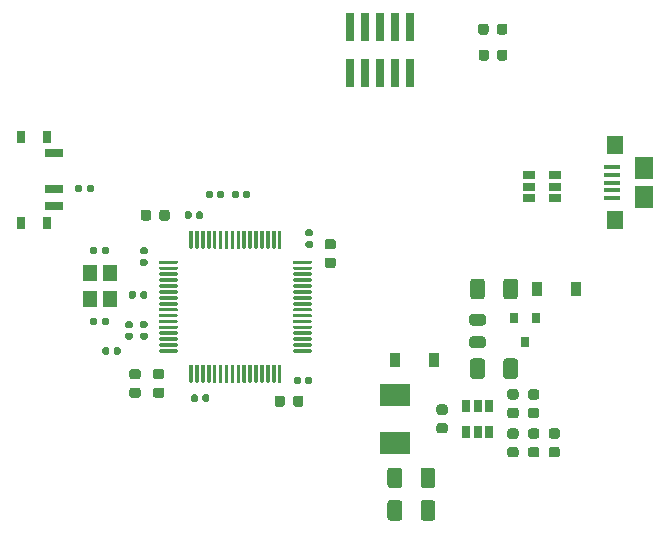
<source format=gbr>
%TF.GenerationSoftware,KiCad,Pcbnew,(5.1.6)-1*%
%TF.CreationDate,2020-09-25T18:38:39+02:00*%
%TF.ProjectId,STM32F4_REV2,53544d33-3246-4345-9f52-4556322e6b69,rev?*%
%TF.SameCoordinates,Original*%
%TF.FileFunction,Paste,Top*%
%TF.FilePolarity,Positive*%
%FSLAX46Y46*%
G04 Gerber Fmt 4.6, Leading zero omitted, Abs format (unit mm)*
G04 Created by KiCad (PCBNEW (5.1.6)-1) date 2020-09-25 18:38:39*
%MOMM*%
%LPD*%
G01*
G04 APERTURE LIST*
%ADD10R,1.500000X0.700000*%
%ADD11R,0.800000X1.000000*%
%ADD12R,0.740000X2.400000*%
%ADD13R,0.900000X1.200000*%
%ADD14R,1.350000X0.400000*%
%ADD15R,1.400000X1.600000*%
%ADD16R,1.600000X1.900000*%
%ADD17R,2.500000X1.900000*%
%ADD18R,0.800000X0.900000*%
%ADD19R,0.650000X1.060000*%
%ADD20R,1.060000X0.650000*%
%ADD21R,1.200000X1.400000*%
G04 APERTURE END LIST*
D10*
%TO.C,SW1*%
X34680000Y-49750000D03*
X34680000Y-52750000D03*
X34680000Y-54250000D03*
D11*
X31820000Y-48350000D03*
X31820000Y-55650000D03*
X34030000Y-55650000D03*
X34030000Y-48350000D03*
%TD*%
D12*
%TO.C,J2*%
X59710000Y-42950000D03*
X59710000Y-39050000D03*
X60980000Y-42950000D03*
X60980000Y-39050000D03*
X62250000Y-42950000D03*
X62250000Y-39050000D03*
X63520000Y-42950000D03*
X63520000Y-39050000D03*
X64790000Y-42950000D03*
X64790000Y-39050000D03*
%TD*%
%TO.C,C1*%
G36*
G01*
X69875000Y-68625000D02*
X69875000Y-67375000D01*
G75*
G02*
X70125000Y-67125000I250000J0D01*
G01*
X70875000Y-67125000D01*
G75*
G02*
X71125000Y-67375000I0J-250000D01*
G01*
X71125000Y-68625000D01*
G75*
G02*
X70875000Y-68875000I-250000J0D01*
G01*
X70125000Y-68875000D01*
G75*
G02*
X69875000Y-68625000I0J250000D01*
G01*
G37*
G36*
G01*
X72675000Y-68625000D02*
X72675000Y-67375000D01*
G75*
G02*
X72925000Y-67125000I250000J0D01*
G01*
X73675000Y-67125000D01*
G75*
G02*
X73925000Y-67375000I0J-250000D01*
G01*
X73925000Y-68625000D01*
G75*
G02*
X73675000Y-68875000I-250000J0D01*
G01*
X72925000Y-68875000D01*
G75*
G02*
X72675000Y-68625000I0J250000D01*
G01*
G37*
%TD*%
%TO.C,C2*%
G36*
G01*
X62875000Y-77875000D02*
X62875000Y-76625000D01*
G75*
G02*
X63125000Y-76375000I250000J0D01*
G01*
X63875000Y-76375000D01*
G75*
G02*
X64125000Y-76625000I0J-250000D01*
G01*
X64125000Y-77875000D01*
G75*
G02*
X63875000Y-78125000I-250000J0D01*
G01*
X63125000Y-78125000D01*
G75*
G02*
X62875000Y-77875000I0J250000D01*
G01*
G37*
G36*
G01*
X65675000Y-77875000D02*
X65675000Y-76625000D01*
G75*
G02*
X65925000Y-76375000I250000J0D01*
G01*
X66675000Y-76375000D01*
G75*
G02*
X66925000Y-76625000I0J-250000D01*
G01*
X66925000Y-77875000D01*
G75*
G02*
X66675000Y-78125000I-250000J0D01*
G01*
X65925000Y-78125000D01*
G75*
G02*
X65675000Y-77875000I0J250000D01*
G01*
G37*
%TD*%
%TO.C,C3*%
G36*
G01*
X65675000Y-80625000D02*
X65675000Y-79375000D01*
G75*
G02*
X65925000Y-79125000I250000J0D01*
G01*
X66675000Y-79125000D01*
G75*
G02*
X66925000Y-79375000I0J-250000D01*
G01*
X66925000Y-80625000D01*
G75*
G02*
X66675000Y-80875000I-250000J0D01*
G01*
X65925000Y-80875000D01*
G75*
G02*
X65675000Y-80625000I0J250000D01*
G01*
G37*
G36*
G01*
X62875000Y-80625000D02*
X62875000Y-79375000D01*
G75*
G02*
X63125000Y-79125000I250000J0D01*
G01*
X63875000Y-79125000D01*
G75*
G02*
X64125000Y-79375000I0J-250000D01*
G01*
X64125000Y-80625000D01*
G75*
G02*
X63875000Y-80875000I-250000J0D01*
G01*
X63125000Y-80875000D01*
G75*
G02*
X62875000Y-80625000I0J250000D01*
G01*
G37*
%TD*%
%TO.C,C4*%
G36*
G01*
X67243750Y-71025000D02*
X67756250Y-71025000D01*
G75*
G02*
X67975000Y-71243750I0J-218750D01*
G01*
X67975000Y-71681250D01*
G75*
G02*
X67756250Y-71900000I-218750J0D01*
G01*
X67243750Y-71900000D01*
G75*
G02*
X67025000Y-71681250I0J218750D01*
G01*
X67025000Y-71243750D01*
G75*
G02*
X67243750Y-71025000I218750J0D01*
G01*
G37*
G36*
G01*
X67243750Y-72600000D02*
X67756250Y-72600000D01*
G75*
G02*
X67975000Y-72818750I0J-218750D01*
G01*
X67975000Y-73256250D01*
G75*
G02*
X67756250Y-73475000I-218750J0D01*
G01*
X67243750Y-73475000D01*
G75*
G02*
X67025000Y-73256250I0J218750D01*
G01*
X67025000Y-72818750D01*
G75*
G02*
X67243750Y-72600000I218750J0D01*
G01*
G37*
%TD*%
%TO.C,C5*%
G36*
G01*
X42862500Y-54743750D02*
X42862500Y-55256250D01*
G75*
G02*
X42643750Y-55475000I-218750J0D01*
G01*
X42206250Y-55475000D01*
G75*
G02*
X41987500Y-55256250I0J218750D01*
G01*
X41987500Y-54743750D01*
G75*
G02*
X42206250Y-54525000I218750J0D01*
G01*
X42643750Y-54525000D01*
G75*
G02*
X42862500Y-54743750I0J-218750D01*
G01*
G37*
G36*
G01*
X44437500Y-54743750D02*
X44437500Y-55256250D01*
G75*
G02*
X44218750Y-55475000I-218750J0D01*
G01*
X43781250Y-55475000D01*
G75*
G02*
X43562500Y-55256250I0J218750D01*
G01*
X43562500Y-54743750D01*
G75*
G02*
X43781250Y-54525000I218750J0D01*
G01*
X44218750Y-54525000D01*
G75*
G02*
X44437500Y-54743750I0J-218750D01*
G01*
G37*
%TD*%
%TO.C,C6*%
G36*
G01*
X42422500Y-58325000D02*
X42077500Y-58325000D01*
G75*
G02*
X41930000Y-58177500I0J147500D01*
G01*
X41930000Y-57882500D01*
G75*
G02*
X42077500Y-57735000I147500J0D01*
G01*
X42422500Y-57735000D01*
G75*
G02*
X42570000Y-57882500I0J-147500D01*
G01*
X42570000Y-58177500D01*
G75*
G02*
X42422500Y-58325000I-147500J0D01*
G01*
G37*
G36*
G01*
X42422500Y-59295000D02*
X42077500Y-59295000D01*
G75*
G02*
X41930000Y-59147500I0J147500D01*
G01*
X41930000Y-58852500D01*
G75*
G02*
X42077500Y-58705000I147500J0D01*
G01*
X42422500Y-58705000D01*
G75*
G02*
X42570000Y-58852500I0J-147500D01*
G01*
X42570000Y-59147500D01*
G75*
G02*
X42422500Y-59295000I-147500J0D01*
G01*
G37*
%TD*%
%TO.C,C7*%
G36*
G01*
X47795000Y-70327500D02*
X47795000Y-70672500D01*
G75*
G02*
X47647500Y-70820000I-147500J0D01*
G01*
X47352500Y-70820000D01*
G75*
G02*
X47205000Y-70672500I0J147500D01*
G01*
X47205000Y-70327500D01*
G75*
G02*
X47352500Y-70180000I147500J0D01*
G01*
X47647500Y-70180000D01*
G75*
G02*
X47795000Y-70327500I0J-147500D01*
G01*
G37*
G36*
G01*
X46825000Y-70327500D02*
X46825000Y-70672500D01*
G75*
G02*
X46677500Y-70820000I-147500J0D01*
G01*
X46382500Y-70820000D01*
G75*
G02*
X46235000Y-70672500I0J147500D01*
G01*
X46235000Y-70327500D01*
G75*
G02*
X46382500Y-70180000I147500J0D01*
G01*
X46677500Y-70180000D01*
G75*
G02*
X46825000Y-70327500I0J-147500D01*
G01*
G37*
%TD*%
%TO.C,C8*%
G36*
G01*
X55925000Y-69172500D02*
X55925000Y-68827500D01*
G75*
G02*
X56072500Y-68680000I147500J0D01*
G01*
X56367500Y-68680000D01*
G75*
G02*
X56515000Y-68827500I0J-147500D01*
G01*
X56515000Y-69172500D01*
G75*
G02*
X56367500Y-69320000I-147500J0D01*
G01*
X56072500Y-69320000D01*
G75*
G02*
X55925000Y-69172500I0J147500D01*
G01*
G37*
G36*
G01*
X54955000Y-69172500D02*
X54955000Y-68827500D01*
G75*
G02*
X55102500Y-68680000I147500J0D01*
G01*
X55397500Y-68680000D01*
G75*
G02*
X55545000Y-68827500I0J-147500D01*
G01*
X55545000Y-69172500D01*
G75*
G02*
X55397500Y-69320000I-147500J0D01*
G01*
X55102500Y-69320000D01*
G75*
G02*
X54955000Y-69172500I0J147500D01*
G01*
G37*
%TD*%
%TO.C,C9*%
G36*
G01*
X56422500Y-57765000D02*
X56077500Y-57765000D01*
G75*
G02*
X55930000Y-57617500I0J147500D01*
G01*
X55930000Y-57322500D01*
G75*
G02*
X56077500Y-57175000I147500J0D01*
G01*
X56422500Y-57175000D01*
G75*
G02*
X56570000Y-57322500I0J-147500D01*
G01*
X56570000Y-57617500D01*
G75*
G02*
X56422500Y-57765000I-147500J0D01*
G01*
G37*
G36*
G01*
X56422500Y-56795000D02*
X56077500Y-56795000D01*
G75*
G02*
X55930000Y-56647500I0J147500D01*
G01*
X55930000Y-56352500D01*
G75*
G02*
X56077500Y-56205000I147500J0D01*
G01*
X56422500Y-56205000D01*
G75*
G02*
X56570000Y-56352500I0J-147500D01*
G01*
X56570000Y-56647500D01*
G75*
G02*
X56422500Y-56795000I-147500J0D01*
G01*
G37*
%TD*%
%TO.C,C10*%
G36*
G01*
X46675000Y-55172500D02*
X46675000Y-54827500D01*
G75*
G02*
X46822500Y-54680000I147500J0D01*
G01*
X47117500Y-54680000D01*
G75*
G02*
X47265000Y-54827500I0J-147500D01*
G01*
X47265000Y-55172500D01*
G75*
G02*
X47117500Y-55320000I-147500J0D01*
G01*
X46822500Y-55320000D01*
G75*
G02*
X46675000Y-55172500I0J147500D01*
G01*
G37*
G36*
G01*
X45705000Y-55172500D02*
X45705000Y-54827500D01*
G75*
G02*
X45852500Y-54680000I147500J0D01*
G01*
X46147500Y-54680000D01*
G75*
G02*
X46295000Y-54827500I0J-147500D01*
G01*
X46295000Y-55172500D01*
G75*
G02*
X46147500Y-55320000I-147500J0D01*
G01*
X45852500Y-55320000D01*
G75*
G02*
X45705000Y-55172500I0J147500D01*
G01*
G37*
%TD*%
%TO.C,C11*%
G36*
G01*
X41172500Y-65545000D02*
X40827500Y-65545000D01*
G75*
G02*
X40680000Y-65397500I0J147500D01*
G01*
X40680000Y-65102500D01*
G75*
G02*
X40827500Y-64955000I147500J0D01*
G01*
X41172500Y-64955000D01*
G75*
G02*
X41320000Y-65102500I0J-147500D01*
G01*
X41320000Y-65397500D01*
G75*
G02*
X41172500Y-65545000I-147500J0D01*
G01*
G37*
G36*
G01*
X41172500Y-64575000D02*
X40827500Y-64575000D01*
G75*
G02*
X40680000Y-64427500I0J147500D01*
G01*
X40680000Y-64132500D01*
G75*
G02*
X40827500Y-63985000I147500J0D01*
G01*
X41172500Y-63985000D01*
G75*
G02*
X41320000Y-64132500I0J-147500D01*
G01*
X41320000Y-64427500D01*
G75*
G02*
X41172500Y-64575000I-147500J0D01*
G01*
G37*
%TD*%
%TO.C,C12*%
G36*
G01*
X42422500Y-65530000D02*
X42077500Y-65530000D01*
G75*
G02*
X41930000Y-65382500I0J147500D01*
G01*
X41930000Y-65087500D01*
G75*
G02*
X42077500Y-64940000I147500J0D01*
G01*
X42422500Y-64940000D01*
G75*
G02*
X42570000Y-65087500I0J-147500D01*
G01*
X42570000Y-65382500D01*
G75*
G02*
X42422500Y-65530000I-147500J0D01*
G01*
G37*
G36*
G01*
X42422500Y-64560000D02*
X42077500Y-64560000D01*
G75*
G02*
X41930000Y-64412500I0J147500D01*
G01*
X41930000Y-64117500D01*
G75*
G02*
X42077500Y-63970000I147500J0D01*
G01*
X42422500Y-63970000D01*
G75*
G02*
X42570000Y-64117500I0J-147500D01*
G01*
X42570000Y-64412500D01*
G75*
G02*
X42422500Y-64560000I-147500J0D01*
G01*
G37*
%TD*%
%TO.C,C13*%
G36*
G01*
X53312500Y-71006250D02*
X53312500Y-70493750D01*
G75*
G02*
X53531250Y-70275000I218750J0D01*
G01*
X53968750Y-70275000D01*
G75*
G02*
X54187500Y-70493750I0J-218750D01*
G01*
X54187500Y-71006250D01*
G75*
G02*
X53968750Y-71225000I-218750J0D01*
G01*
X53531250Y-71225000D01*
G75*
G02*
X53312500Y-71006250I0J218750D01*
G01*
G37*
G36*
G01*
X54887500Y-71006250D02*
X54887500Y-70493750D01*
G75*
G02*
X55106250Y-70275000I218750J0D01*
G01*
X55543750Y-70275000D01*
G75*
G02*
X55762500Y-70493750I0J-218750D01*
G01*
X55762500Y-71006250D01*
G75*
G02*
X55543750Y-71225000I-218750J0D01*
G01*
X55106250Y-71225000D01*
G75*
G02*
X54887500Y-71006250I0J218750D01*
G01*
G37*
%TD*%
%TO.C,C14*%
G36*
G01*
X58293750Y-57900000D02*
X57781250Y-57900000D01*
G75*
G02*
X57562500Y-57681250I0J218750D01*
G01*
X57562500Y-57243750D01*
G75*
G02*
X57781250Y-57025000I218750J0D01*
G01*
X58293750Y-57025000D01*
G75*
G02*
X58512500Y-57243750I0J-218750D01*
G01*
X58512500Y-57681250D01*
G75*
G02*
X58293750Y-57900000I-218750J0D01*
G01*
G37*
G36*
G01*
X58293750Y-59475000D02*
X57781250Y-59475000D01*
G75*
G02*
X57562500Y-59256250I0J218750D01*
G01*
X57562500Y-58818750D01*
G75*
G02*
X57781250Y-58600000I218750J0D01*
G01*
X58293750Y-58600000D01*
G75*
G02*
X58512500Y-58818750I0J-218750D01*
G01*
X58512500Y-59256250D01*
G75*
G02*
X58293750Y-59475000I-218750J0D01*
G01*
G37*
%TD*%
%TO.C,C15*%
G36*
G01*
X38690000Y-58172500D02*
X38690000Y-57827500D01*
G75*
G02*
X38837500Y-57680000I147500J0D01*
G01*
X39132500Y-57680000D01*
G75*
G02*
X39280000Y-57827500I0J-147500D01*
G01*
X39280000Y-58172500D01*
G75*
G02*
X39132500Y-58320000I-147500J0D01*
G01*
X38837500Y-58320000D01*
G75*
G02*
X38690000Y-58172500I0J147500D01*
G01*
G37*
G36*
G01*
X37720000Y-58172500D02*
X37720000Y-57827500D01*
G75*
G02*
X37867500Y-57680000I147500J0D01*
G01*
X38162500Y-57680000D01*
G75*
G02*
X38310000Y-57827500I0J-147500D01*
G01*
X38310000Y-58172500D01*
G75*
G02*
X38162500Y-58320000I-147500J0D01*
G01*
X37867500Y-58320000D01*
G75*
G02*
X37720000Y-58172500I0J147500D01*
G01*
G37*
%TD*%
%TO.C,C16*%
G36*
G01*
X39280000Y-63827500D02*
X39280000Y-64172500D01*
G75*
G02*
X39132500Y-64320000I-147500J0D01*
G01*
X38837500Y-64320000D01*
G75*
G02*
X38690000Y-64172500I0J147500D01*
G01*
X38690000Y-63827500D01*
G75*
G02*
X38837500Y-63680000I147500J0D01*
G01*
X39132500Y-63680000D01*
G75*
G02*
X39280000Y-63827500I0J-147500D01*
G01*
G37*
G36*
G01*
X38310000Y-63827500D02*
X38310000Y-64172500D01*
G75*
G02*
X38162500Y-64320000I-147500J0D01*
G01*
X37867500Y-64320000D01*
G75*
G02*
X37720000Y-64172500I0J147500D01*
G01*
X37720000Y-63827500D01*
G75*
G02*
X37867500Y-63680000I147500J0D01*
G01*
X38162500Y-63680000D01*
G75*
G02*
X38310000Y-63827500I0J-147500D01*
G01*
G37*
%TD*%
D13*
%TO.C,D1*%
X78800000Y-61250000D03*
X75500000Y-61250000D03*
%TD*%
%TO.C,D2*%
X63500000Y-67250000D03*
X66800000Y-67250000D03*
%TD*%
%TO.C,D3*%
G36*
G01*
X71437500Y-38993750D02*
X71437500Y-39506250D01*
G75*
G02*
X71218750Y-39725000I-218750J0D01*
G01*
X70781250Y-39725000D01*
G75*
G02*
X70562500Y-39506250I0J218750D01*
G01*
X70562500Y-38993750D01*
G75*
G02*
X70781250Y-38775000I218750J0D01*
G01*
X71218750Y-38775000D01*
G75*
G02*
X71437500Y-38993750I0J-218750D01*
G01*
G37*
G36*
G01*
X73012500Y-38993750D02*
X73012500Y-39506250D01*
G75*
G02*
X72793750Y-39725000I-218750J0D01*
G01*
X72356250Y-39725000D01*
G75*
G02*
X72137500Y-39506250I0J218750D01*
G01*
X72137500Y-38993750D01*
G75*
G02*
X72356250Y-38775000I218750J0D01*
G01*
X72793750Y-38775000D01*
G75*
G02*
X73012500Y-38993750I0J-218750D01*
G01*
G37*
%TD*%
%TO.C,D4*%
G36*
G01*
X43756250Y-70475000D02*
X43243750Y-70475000D01*
G75*
G02*
X43025000Y-70256250I0J218750D01*
G01*
X43025000Y-69818750D01*
G75*
G02*
X43243750Y-69600000I218750J0D01*
G01*
X43756250Y-69600000D01*
G75*
G02*
X43975000Y-69818750I0J-218750D01*
G01*
X43975000Y-70256250D01*
G75*
G02*
X43756250Y-70475000I-218750J0D01*
G01*
G37*
G36*
G01*
X43756250Y-68900000D02*
X43243750Y-68900000D01*
G75*
G02*
X43025000Y-68681250I0J218750D01*
G01*
X43025000Y-68243750D01*
G75*
G02*
X43243750Y-68025000I218750J0D01*
G01*
X43756250Y-68025000D01*
G75*
G02*
X43975000Y-68243750I0J-218750D01*
G01*
X43975000Y-68681250D01*
G75*
G02*
X43756250Y-68900000I-218750J0D01*
G01*
G37*
%TD*%
%TO.C,F1*%
G36*
G01*
X69875000Y-61875000D02*
X69875000Y-60625000D01*
G75*
G02*
X70125000Y-60375000I250000J0D01*
G01*
X70875000Y-60375000D01*
G75*
G02*
X71125000Y-60625000I0J-250000D01*
G01*
X71125000Y-61875000D01*
G75*
G02*
X70875000Y-62125000I-250000J0D01*
G01*
X70125000Y-62125000D01*
G75*
G02*
X69875000Y-61875000I0J250000D01*
G01*
G37*
G36*
G01*
X72675000Y-61875000D02*
X72675000Y-60625000D01*
G75*
G02*
X72925000Y-60375000I250000J0D01*
G01*
X73675000Y-60375000D01*
G75*
G02*
X73925000Y-60625000I0J-250000D01*
G01*
X73925000Y-61875000D01*
G75*
G02*
X73675000Y-62125000I-250000J0D01*
G01*
X72925000Y-62125000D01*
G75*
G02*
X72675000Y-61875000I0J250000D01*
G01*
G37*
%TD*%
%TO.C,FB1*%
G36*
G01*
X70956250Y-66237500D02*
X70043750Y-66237500D01*
G75*
G02*
X69800000Y-65993750I0J243750D01*
G01*
X69800000Y-65506250D01*
G75*
G02*
X70043750Y-65262500I243750J0D01*
G01*
X70956250Y-65262500D01*
G75*
G02*
X71200000Y-65506250I0J-243750D01*
G01*
X71200000Y-65993750D01*
G75*
G02*
X70956250Y-66237500I-243750J0D01*
G01*
G37*
G36*
G01*
X70956250Y-64362500D02*
X70043750Y-64362500D01*
G75*
G02*
X69800000Y-64118750I0J243750D01*
G01*
X69800000Y-63631250D01*
G75*
G02*
X70043750Y-63387500I243750J0D01*
G01*
X70956250Y-63387500D01*
G75*
G02*
X71200000Y-63631250I0J-243750D01*
G01*
X71200000Y-64118750D01*
G75*
G02*
X70956250Y-64362500I-243750J0D01*
G01*
G37*
%TD*%
D14*
%TO.C,J5*%
X81900000Y-53550000D03*
X81900000Y-52900000D03*
X81900000Y-52250000D03*
X81900000Y-51600000D03*
X81900000Y-50950000D03*
D15*
X82125000Y-55450000D03*
D16*
X84575000Y-53450000D03*
X84575000Y-51050000D03*
D15*
X82125000Y-49050000D03*
%TD*%
D17*
%TO.C,L1*%
X63500000Y-70200000D03*
X63500000Y-74300000D03*
%TD*%
%TO.C,L2*%
G36*
G01*
X38720000Y-66672500D02*
X38720000Y-66327500D01*
G75*
G02*
X38867500Y-66180000I147500J0D01*
G01*
X39162500Y-66180000D01*
G75*
G02*
X39310000Y-66327500I0J-147500D01*
G01*
X39310000Y-66672500D01*
G75*
G02*
X39162500Y-66820000I-147500J0D01*
G01*
X38867500Y-66820000D01*
G75*
G02*
X38720000Y-66672500I0J147500D01*
G01*
G37*
G36*
G01*
X39690000Y-66672500D02*
X39690000Y-66327500D01*
G75*
G02*
X39837500Y-66180000I147500J0D01*
G01*
X40132500Y-66180000D01*
G75*
G02*
X40280000Y-66327500I0J-147500D01*
G01*
X40280000Y-66672500D01*
G75*
G02*
X40132500Y-66820000I-147500J0D01*
G01*
X39837500Y-66820000D01*
G75*
G02*
X39690000Y-66672500I0J147500D01*
G01*
G37*
%TD*%
D18*
%TO.C,Q1*%
X75450000Y-63750000D03*
X73550000Y-63750000D03*
X74500000Y-65750000D03*
%TD*%
%TO.C,R1*%
G36*
G01*
X73243750Y-71312500D02*
X73756250Y-71312500D01*
G75*
G02*
X73975000Y-71531250I0J-218750D01*
G01*
X73975000Y-71968750D01*
G75*
G02*
X73756250Y-72187500I-218750J0D01*
G01*
X73243750Y-72187500D01*
G75*
G02*
X73025000Y-71968750I0J218750D01*
G01*
X73025000Y-71531250D01*
G75*
G02*
X73243750Y-71312500I218750J0D01*
G01*
G37*
G36*
G01*
X73243750Y-69737500D02*
X73756250Y-69737500D01*
G75*
G02*
X73975000Y-69956250I0J-218750D01*
G01*
X73975000Y-70393750D01*
G75*
G02*
X73756250Y-70612500I-218750J0D01*
G01*
X73243750Y-70612500D01*
G75*
G02*
X73025000Y-70393750I0J218750D01*
G01*
X73025000Y-69956250D01*
G75*
G02*
X73243750Y-69737500I218750J0D01*
G01*
G37*
%TD*%
%TO.C,R2*%
G36*
G01*
X75506250Y-72187500D02*
X74993750Y-72187500D01*
G75*
G02*
X74775000Y-71968750I0J218750D01*
G01*
X74775000Y-71531250D01*
G75*
G02*
X74993750Y-71312500I218750J0D01*
G01*
X75506250Y-71312500D01*
G75*
G02*
X75725000Y-71531250I0J-218750D01*
G01*
X75725000Y-71968750D01*
G75*
G02*
X75506250Y-72187500I-218750J0D01*
G01*
G37*
G36*
G01*
X75506250Y-70612500D02*
X74993750Y-70612500D01*
G75*
G02*
X74775000Y-70393750I0J218750D01*
G01*
X74775000Y-69956250D01*
G75*
G02*
X74993750Y-69737500I218750J0D01*
G01*
X75506250Y-69737500D01*
G75*
G02*
X75725000Y-69956250I0J-218750D01*
G01*
X75725000Y-70393750D01*
G75*
G02*
X75506250Y-70612500I-218750J0D01*
G01*
G37*
%TD*%
%TO.C,R3*%
G36*
G01*
X73756250Y-75512500D02*
X73243750Y-75512500D01*
G75*
G02*
X73025000Y-75293750I0J218750D01*
G01*
X73025000Y-74856250D01*
G75*
G02*
X73243750Y-74637500I218750J0D01*
G01*
X73756250Y-74637500D01*
G75*
G02*
X73975000Y-74856250I0J-218750D01*
G01*
X73975000Y-75293750D01*
G75*
G02*
X73756250Y-75512500I-218750J0D01*
G01*
G37*
G36*
G01*
X73756250Y-73937500D02*
X73243750Y-73937500D01*
G75*
G02*
X73025000Y-73718750I0J218750D01*
G01*
X73025000Y-73281250D01*
G75*
G02*
X73243750Y-73062500I218750J0D01*
G01*
X73756250Y-73062500D01*
G75*
G02*
X73975000Y-73281250I0J-218750D01*
G01*
X73975000Y-73718750D01*
G75*
G02*
X73756250Y-73937500I-218750J0D01*
G01*
G37*
%TD*%
%TO.C,R4*%
G36*
G01*
X74993750Y-73062500D02*
X75506250Y-73062500D01*
G75*
G02*
X75725000Y-73281250I0J-218750D01*
G01*
X75725000Y-73718750D01*
G75*
G02*
X75506250Y-73937500I-218750J0D01*
G01*
X74993750Y-73937500D01*
G75*
G02*
X74775000Y-73718750I0J218750D01*
G01*
X74775000Y-73281250D01*
G75*
G02*
X74993750Y-73062500I218750J0D01*
G01*
G37*
G36*
G01*
X74993750Y-74637500D02*
X75506250Y-74637500D01*
G75*
G02*
X75725000Y-74856250I0J-218750D01*
G01*
X75725000Y-75293750D01*
G75*
G02*
X75506250Y-75512500I-218750J0D01*
G01*
X74993750Y-75512500D01*
G75*
G02*
X74775000Y-75293750I0J218750D01*
G01*
X74775000Y-74856250D01*
G75*
G02*
X74993750Y-74637500I218750J0D01*
G01*
G37*
%TD*%
%TO.C,R5*%
G36*
G01*
X77256250Y-73925000D02*
X76743750Y-73925000D01*
G75*
G02*
X76525000Y-73706250I0J218750D01*
G01*
X76525000Y-73268750D01*
G75*
G02*
X76743750Y-73050000I218750J0D01*
G01*
X77256250Y-73050000D01*
G75*
G02*
X77475000Y-73268750I0J-218750D01*
G01*
X77475000Y-73706250D01*
G75*
G02*
X77256250Y-73925000I-218750J0D01*
G01*
G37*
G36*
G01*
X77256250Y-75500000D02*
X76743750Y-75500000D01*
G75*
G02*
X76525000Y-75281250I0J218750D01*
G01*
X76525000Y-74843750D01*
G75*
G02*
X76743750Y-74625000I218750J0D01*
G01*
X77256250Y-74625000D01*
G75*
G02*
X77475000Y-74843750I0J-218750D01*
G01*
X77475000Y-75281250D01*
G75*
G02*
X77256250Y-75500000I-218750J0D01*
G01*
G37*
%TD*%
%TO.C,R6*%
G36*
G01*
X72162500Y-41706250D02*
X72162500Y-41193750D01*
G75*
G02*
X72381250Y-40975000I218750J0D01*
G01*
X72818750Y-40975000D01*
G75*
G02*
X73037500Y-41193750I0J-218750D01*
G01*
X73037500Y-41706250D01*
G75*
G02*
X72818750Y-41925000I-218750J0D01*
G01*
X72381250Y-41925000D01*
G75*
G02*
X72162500Y-41706250I0J218750D01*
G01*
G37*
G36*
G01*
X70587500Y-41706250D02*
X70587500Y-41193750D01*
G75*
G02*
X70806250Y-40975000I218750J0D01*
G01*
X71243750Y-40975000D01*
G75*
G02*
X71462500Y-41193750I0J-218750D01*
G01*
X71462500Y-41706250D01*
G75*
G02*
X71243750Y-41925000I-218750J0D01*
G01*
X70806250Y-41925000D01*
G75*
G02*
X70587500Y-41706250I0J218750D01*
G01*
G37*
%TD*%
%TO.C,R7*%
G36*
G01*
X37425000Y-52922500D02*
X37425000Y-52577500D01*
G75*
G02*
X37572500Y-52430000I147500J0D01*
G01*
X37867500Y-52430000D01*
G75*
G02*
X38015000Y-52577500I0J-147500D01*
G01*
X38015000Y-52922500D01*
G75*
G02*
X37867500Y-53070000I-147500J0D01*
G01*
X37572500Y-53070000D01*
G75*
G02*
X37425000Y-52922500I0J147500D01*
G01*
G37*
G36*
G01*
X36455000Y-52922500D02*
X36455000Y-52577500D01*
G75*
G02*
X36602500Y-52430000I147500J0D01*
G01*
X36897500Y-52430000D01*
G75*
G02*
X37045000Y-52577500I0J-147500D01*
G01*
X37045000Y-52922500D01*
G75*
G02*
X36897500Y-53070000I-147500J0D01*
G01*
X36602500Y-53070000D01*
G75*
G02*
X36455000Y-52922500I0J147500D01*
G01*
G37*
%TD*%
%TO.C,R8*%
G36*
G01*
X42545000Y-61577500D02*
X42545000Y-61922500D01*
G75*
G02*
X42397500Y-62070000I-147500J0D01*
G01*
X42102500Y-62070000D01*
G75*
G02*
X41955000Y-61922500I0J147500D01*
G01*
X41955000Y-61577500D01*
G75*
G02*
X42102500Y-61430000I147500J0D01*
G01*
X42397500Y-61430000D01*
G75*
G02*
X42545000Y-61577500I0J-147500D01*
G01*
G37*
G36*
G01*
X41575000Y-61577500D02*
X41575000Y-61922500D01*
G75*
G02*
X41427500Y-62070000I-147500J0D01*
G01*
X41132500Y-62070000D01*
G75*
G02*
X40985000Y-61922500I0J147500D01*
G01*
X40985000Y-61577500D01*
G75*
G02*
X41132500Y-61430000I147500J0D01*
G01*
X41427500Y-61430000D01*
G75*
G02*
X41575000Y-61577500I0J-147500D01*
G01*
G37*
%TD*%
%TO.C,R9*%
G36*
G01*
X41243750Y-68025000D02*
X41756250Y-68025000D01*
G75*
G02*
X41975000Y-68243750I0J-218750D01*
G01*
X41975000Y-68681250D01*
G75*
G02*
X41756250Y-68900000I-218750J0D01*
G01*
X41243750Y-68900000D01*
G75*
G02*
X41025000Y-68681250I0J218750D01*
G01*
X41025000Y-68243750D01*
G75*
G02*
X41243750Y-68025000I218750J0D01*
G01*
G37*
G36*
G01*
X41243750Y-69600000D02*
X41756250Y-69600000D01*
G75*
G02*
X41975000Y-69818750I0J-218750D01*
G01*
X41975000Y-70256250D01*
G75*
G02*
X41756250Y-70475000I-218750J0D01*
G01*
X41243750Y-70475000D01*
G75*
G02*
X41025000Y-70256250I0J218750D01*
G01*
X41025000Y-69818750D01*
G75*
G02*
X41243750Y-69600000I218750J0D01*
G01*
G37*
%TD*%
%TO.C,R10*%
G36*
G01*
X50295000Y-53077500D02*
X50295000Y-53422500D01*
G75*
G02*
X50147500Y-53570000I-147500J0D01*
G01*
X49852500Y-53570000D01*
G75*
G02*
X49705000Y-53422500I0J147500D01*
G01*
X49705000Y-53077500D01*
G75*
G02*
X49852500Y-52930000I147500J0D01*
G01*
X50147500Y-52930000D01*
G75*
G02*
X50295000Y-53077500I0J-147500D01*
G01*
G37*
G36*
G01*
X51265000Y-53077500D02*
X51265000Y-53422500D01*
G75*
G02*
X51117500Y-53570000I-147500J0D01*
G01*
X50822500Y-53570000D01*
G75*
G02*
X50675000Y-53422500I0J147500D01*
G01*
X50675000Y-53077500D01*
G75*
G02*
X50822500Y-52930000I147500J0D01*
G01*
X51117500Y-52930000D01*
G75*
G02*
X51265000Y-53077500I0J-147500D01*
G01*
G37*
%TD*%
%TO.C,R11*%
G36*
G01*
X47485000Y-53422500D02*
X47485000Y-53077500D01*
G75*
G02*
X47632500Y-52930000I147500J0D01*
G01*
X47927500Y-52930000D01*
G75*
G02*
X48075000Y-53077500I0J-147500D01*
G01*
X48075000Y-53422500D01*
G75*
G02*
X47927500Y-53570000I-147500J0D01*
G01*
X47632500Y-53570000D01*
G75*
G02*
X47485000Y-53422500I0J147500D01*
G01*
G37*
G36*
G01*
X48455000Y-53422500D02*
X48455000Y-53077500D01*
G75*
G02*
X48602500Y-52930000I147500J0D01*
G01*
X48897500Y-52930000D01*
G75*
G02*
X49045000Y-53077500I0J-147500D01*
G01*
X49045000Y-53422500D01*
G75*
G02*
X48897500Y-53570000I-147500J0D01*
G01*
X48602500Y-53570000D01*
G75*
G02*
X48455000Y-53422500I0J147500D01*
G01*
G37*
%TD*%
D19*
%TO.C,U1*%
X69550000Y-73350000D03*
X70500000Y-73350000D03*
X71450000Y-73350000D03*
X71450000Y-71150000D03*
X69550000Y-71150000D03*
X70500000Y-71150000D03*
%TD*%
%TO.C,U2*%
G36*
G01*
X43550000Y-59075000D02*
X43550000Y-58925000D01*
G75*
G02*
X43625000Y-58850000I75000J0D01*
G01*
X45025000Y-58850000D01*
G75*
G02*
X45100000Y-58925000I0J-75000D01*
G01*
X45100000Y-59075000D01*
G75*
G02*
X45025000Y-59150000I-75000J0D01*
G01*
X43625000Y-59150000D01*
G75*
G02*
X43550000Y-59075000I0J75000D01*
G01*
G37*
G36*
G01*
X43550000Y-59575000D02*
X43550000Y-59425000D01*
G75*
G02*
X43625000Y-59350000I75000J0D01*
G01*
X45025000Y-59350000D01*
G75*
G02*
X45100000Y-59425000I0J-75000D01*
G01*
X45100000Y-59575000D01*
G75*
G02*
X45025000Y-59650000I-75000J0D01*
G01*
X43625000Y-59650000D01*
G75*
G02*
X43550000Y-59575000I0J75000D01*
G01*
G37*
G36*
G01*
X43550000Y-60075000D02*
X43550000Y-59925000D01*
G75*
G02*
X43625000Y-59850000I75000J0D01*
G01*
X45025000Y-59850000D01*
G75*
G02*
X45100000Y-59925000I0J-75000D01*
G01*
X45100000Y-60075000D01*
G75*
G02*
X45025000Y-60150000I-75000J0D01*
G01*
X43625000Y-60150000D01*
G75*
G02*
X43550000Y-60075000I0J75000D01*
G01*
G37*
G36*
G01*
X43550000Y-60575000D02*
X43550000Y-60425000D01*
G75*
G02*
X43625000Y-60350000I75000J0D01*
G01*
X45025000Y-60350000D01*
G75*
G02*
X45100000Y-60425000I0J-75000D01*
G01*
X45100000Y-60575000D01*
G75*
G02*
X45025000Y-60650000I-75000J0D01*
G01*
X43625000Y-60650000D01*
G75*
G02*
X43550000Y-60575000I0J75000D01*
G01*
G37*
G36*
G01*
X43550000Y-61075000D02*
X43550000Y-60925000D01*
G75*
G02*
X43625000Y-60850000I75000J0D01*
G01*
X45025000Y-60850000D01*
G75*
G02*
X45100000Y-60925000I0J-75000D01*
G01*
X45100000Y-61075000D01*
G75*
G02*
X45025000Y-61150000I-75000J0D01*
G01*
X43625000Y-61150000D01*
G75*
G02*
X43550000Y-61075000I0J75000D01*
G01*
G37*
G36*
G01*
X43550000Y-61575000D02*
X43550000Y-61425000D01*
G75*
G02*
X43625000Y-61350000I75000J0D01*
G01*
X45025000Y-61350000D01*
G75*
G02*
X45100000Y-61425000I0J-75000D01*
G01*
X45100000Y-61575000D01*
G75*
G02*
X45025000Y-61650000I-75000J0D01*
G01*
X43625000Y-61650000D01*
G75*
G02*
X43550000Y-61575000I0J75000D01*
G01*
G37*
G36*
G01*
X43550000Y-62075000D02*
X43550000Y-61925000D01*
G75*
G02*
X43625000Y-61850000I75000J0D01*
G01*
X45025000Y-61850000D01*
G75*
G02*
X45100000Y-61925000I0J-75000D01*
G01*
X45100000Y-62075000D01*
G75*
G02*
X45025000Y-62150000I-75000J0D01*
G01*
X43625000Y-62150000D01*
G75*
G02*
X43550000Y-62075000I0J75000D01*
G01*
G37*
G36*
G01*
X43550000Y-62575000D02*
X43550000Y-62425000D01*
G75*
G02*
X43625000Y-62350000I75000J0D01*
G01*
X45025000Y-62350000D01*
G75*
G02*
X45100000Y-62425000I0J-75000D01*
G01*
X45100000Y-62575000D01*
G75*
G02*
X45025000Y-62650000I-75000J0D01*
G01*
X43625000Y-62650000D01*
G75*
G02*
X43550000Y-62575000I0J75000D01*
G01*
G37*
G36*
G01*
X43550000Y-63075000D02*
X43550000Y-62925000D01*
G75*
G02*
X43625000Y-62850000I75000J0D01*
G01*
X45025000Y-62850000D01*
G75*
G02*
X45100000Y-62925000I0J-75000D01*
G01*
X45100000Y-63075000D01*
G75*
G02*
X45025000Y-63150000I-75000J0D01*
G01*
X43625000Y-63150000D01*
G75*
G02*
X43550000Y-63075000I0J75000D01*
G01*
G37*
G36*
G01*
X43550000Y-63575000D02*
X43550000Y-63425000D01*
G75*
G02*
X43625000Y-63350000I75000J0D01*
G01*
X45025000Y-63350000D01*
G75*
G02*
X45100000Y-63425000I0J-75000D01*
G01*
X45100000Y-63575000D01*
G75*
G02*
X45025000Y-63650000I-75000J0D01*
G01*
X43625000Y-63650000D01*
G75*
G02*
X43550000Y-63575000I0J75000D01*
G01*
G37*
G36*
G01*
X43550000Y-64075000D02*
X43550000Y-63925000D01*
G75*
G02*
X43625000Y-63850000I75000J0D01*
G01*
X45025000Y-63850000D01*
G75*
G02*
X45100000Y-63925000I0J-75000D01*
G01*
X45100000Y-64075000D01*
G75*
G02*
X45025000Y-64150000I-75000J0D01*
G01*
X43625000Y-64150000D01*
G75*
G02*
X43550000Y-64075000I0J75000D01*
G01*
G37*
G36*
G01*
X43550000Y-64575000D02*
X43550000Y-64425000D01*
G75*
G02*
X43625000Y-64350000I75000J0D01*
G01*
X45025000Y-64350000D01*
G75*
G02*
X45100000Y-64425000I0J-75000D01*
G01*
X45100000Y-64575000D01*
G75*
G02*
X45025000Y-64650000I-75000J0D01*
G01*
X43625000Y-64650000D01*
G75*
G02*
X43550000Y-64575000I0J75000D01*
G01*
G37*
G36*
G01*
X43550000Y-65075000D02*
X43550000Y-64925000D01*
G75*
G02*
X43625000Y-64850000I75000J0D01*
G01*
X45025000Y-64850000D01*
G75*
G02*
X45100000Y-64925000I0J-75000D01*
G01*
X45100000Y-65075000D01*
G75*
G02*
X45025000Y-65150000I-75000J0D01*
G01*
X43625000Y-65150000D01*
G75*
G02*
X43550000Y-65075000I0J75000D01*
G01*
G37*
G36*
G01*
X43550000Y-65575000D02*
X43550000Y-65425000D01*
G75*
G02*
X43625000Y-65350000I75000J0D01*
G01*
X45025000Y-65350000D01*
G75*
G02*
X45100000Y-65425000I0J-75000D01*
G01*
X45100000Y-65575000D01*
G75*
G02*
X45025000Y-65650000I-75000J0D01*
G01*
X43625000Y-65650000D01*
G75*
G02*
X43550000Y-65575000I0J75000D01*
G01*
G37*
G36*
G01*
X43550000Y-66075000D02*
X43550000Y-65925000D01*
G75*
G02*
X43625000Y-65850000I75000J0D01*
G01*
X45025000Y-65850000D01*
G75*
G02*
X45100000Y-65925000I0J-75000D01*
G01*
X45100000Y-66075000D01*
G75*
G02*
X45025000Y-66150000I-75000J0D01*
G01*
X43625000Y-66150000D01*
G75*
G02*
X43550000Y-66075000I0J75000D01*
G01*
G37*
G36*
G01*
X43550000Y-66575000D02*
X43550000Y-66425000D01*
G75*
G02*
X43625000Y-66350000I75000J0D01*
G01*
X45025000Y-66350000D01*
G75*
G02*
X45100000Y-66425000I0J-75000D01*
G01*
X45100000Y-66575000D01*
G75*
G02*
X45025000Y-66650000I-75000J0D01*
G01*
X43625000Y-66650000D01*
G75*
G02*
X43550000Y-66575000I0J75000D01*
G01*
G37*
G36*
G01*
X46100000Y-69125000D02*
X46100000Y-67725000D01*
G75*
G02*
X46175000Y-67650000I75000J0D01*
G01*
X46325000Y-67650000D01*
G75*
G02*
X46400000Y-67725000I0J-75000D01*
G01*
X46400000Y-69125000D01*
G75*
G02*
X46325000Y-69200000I-75000J0D01*
G01*
X46175000Y-69200000D01*
G75*
G02*
X46100000Y-69125000I0J75000D01*
G01*
G37*
G36*
G01*
X46600000Y-69125000D02*
X46600000Y-67725000D01*
G75*
G02*
X46675000Y-67650000I75000J0D01*
G01*
X46825000Y-67650000D01*
G75*
G02*
X46900000Y-67725000I0J-75000D01*
G01*
X46900000Y-69125000D01*
G75*
G02*
X46825000Y-69200000I-75000J0D01*
G01*
X46675000Y-69200000D01*
G75*
G02*
X46600000Y-69125000I0J75000D01*
G01*
G37*
G36*
G01*
X47100000Y-69125000D02*
X47100000Y-67725000D01*
G75*
G02*
X47175000Y-67650000I75000J0D01*
G01*
X47325000Y-67650000D01*
G75*
G02*
X47400000Y-67725000I0J-75000D01*
G01*
X47400000Y-69125000D01*
G75*
G02*
X47325000Y-69200000I-75000J0D01*
G01*
X47175000Y-69200000D01*
G75*
G02*
X47100000Y-69125000I0J75000D01*
G01*
G37*
G36*
G01*
X47600000Y-69125000D02*
X47600000Y-67725000D01*
G75*
G02*
X47675000Y-67650000I75000J0D01*
G01*
X47825000Y-67650000D01*
G75*
G02*
X47900000Y-67725000I0J-75000D01*
G01*
X47900000Y-69125000D01*
G75*
G02*
X47825000Y-69200000I-75000J0D01*
G01*
X47675000Y-69200000D01*
G75*
G02*
X47600000Y-69125000I0J75000D01*
G01*
G37*
G36*
G01*
X48100000Y-69125000D02*
X48100000Y-67725000D01*
G75*
G02*
X48175000Y-67650000I75000J0D01*
G01*
X48325000Y-67650000D01*
G75*
G02*
X48400000Y-67725000I0J-75000D01*
G01*
X48400000Y-69125000D01*
G75*
G02*
X48325000Y-69200000I-75000J0D01*
G01*
X48175000Y-69200000D01*
G75*
G02*
X48100000Y-69125000I0J75000D01*
G01*
G37*
G36*
G01*
X48600000Y-69125000D02*
X48600000Y-67725000D01*
G75*
G02*
X48675000Y-67650000I75000J0D01*
G01*
X48825000Y-67650000D01*
G75*
G02*
X48900000Y-67725000I0J-75000D01*
G01*
X48900000Y-69125000D01*
G75*
G02*
X48825000Y-69200000I-75000J0D01*
G01*
X48675000Y-69200000D01*
G75*
G02*
X48600000Y-69125000I0J75000D01*
G01*
G37*
G36*
G01*
X49100000Y-69125000D02*
X49100000Y-67725000D01*
G75*
G02*
X49175000Y-67650000I75000J0D01*
G01*
X49325000Y-67650000D01*
G75*
G02*
X49400000Y-67725000I0J-75000D01*
G01*
X49400000Y-69125000D01*
G75*
G02*
X49325000Y-69200000I-75000J0D01*
G01*
X49175000Y-69200000D01*
G75*
G02*
X49100000Y-69125000I0J75000D01*
G01*
G37*
G36*
G01*
X49600000Y-69125000D02*
X49600000Y-67725000D01*
G75*
G02*
X49675000Y-67650000I75000J0D01*
G01*
X49825000Y-67650000D01*
G75*
G02*
X49900000Y-67725000I0J-75000D01*
G01*
X49900000Y-69125000D01*
G75*
G02*
X49825000Y-69200000I-75000J0D01*
G01*
X49675000Y-69200000D01*
G75*
G02*
X49600000Y-69125000I0J75000D01*
G01*
G37*
G36*
G01*
X50100000Y-69125000D02*
X50100000Y-67725000D01*
G75*
G02*
X50175000Y-67650000I75000J0D01*
G01*
X50325000Y-67650000D01*
G75*
G02*
X50400000Y-67725000I0J-75000D01*
G01*
X50400000Y-69125000D01*
G75*
G02*
X50325000Y-69200000I-75000J0D01*
G01*
X50175000Y-69200000D01*
G75*
G02*
X50100000Y-69125000I0J75000D01*
G01*
G37*
G36*
G01*
X50600000Y-69125000D02*
X50600000Y-67725000D01*
G75*
G02*
X50675000Y-67650000I75000J0D01*
G01*
X50825000Y-67650000D01*
G75*
G02*
X50900000Y-67725000I0J-75000D01*
G01*
X50900000Y-69125000D01*
G75*
G02*
X50825000Y-69200000I-75000J0D01*
G01*
X50675000Y-69200000D01*
G75*
G02*
X50600000Y-69125000I0J75000D01*
G01*
G37*
G36*
G01*
X51100000Y-69125000D02*
X51100000Y-67725000D01*
G75*
G02*
X51175000Y-67650000I75000J0D01*
G01*
X51325000Y-67650000D01*
G75*
G02*
X51400000Y-67725000I0J-75000D01*
G01*
X51400000Y-69125000D01*
G75*
G02*
X51325000Y-69200000I-75000J0D01*
G01*
X51175000Y-69200000D01*
G75*
G02*
X51100000Y-69125000I0J75000D01*
G01*
G37*
G36*
G01*
X51600000Y-69125000D02*
X51600000Y-67725000D01*
G75*
G02*
X51675000Y-67650000I75000J0D01*
G01*
X51825000Y-67650000D01*
G75*
G02*
X51900000Y-67725000I0J-75000D01*
G01*
X51900000Y-69125000D01*
G75*
G02*
X51825000Y-69200000I-75000J0D01*
G01*
X51675000Y-69200000D01*
G75*
G02*
X51600000Y-69125000I0J75000D01*
G01*
G37*
G36*
G01*
X52100000Y-69125000D02*
X52100000Y-67725000D01*
G75*
G02*
X52175000Y-67650000I75000J0D01*
G01*
X52325000Y-67650000D01*
G75*
G02*
X52400000Y-67725000I0J-75000D01*
G01*
X52400000Y-69125000D01*
G75*
G02*
X52325000Y-69200000I-75000J0D01*
G01*
X52175000Y-69200000D01*
G75*
G02*
X52100000Y-69125000I0J75000D01*
G01*
G37*
G36*
G01*
X52600000Y-69125000D02*
X52600000Y-67725000D01*
G75*
G02*
X52675000Y-67650000I75000J0D01*
G01*
X52825000Y-67650000D01*
G75*
G02*
X52900000Y-67725000I0J-75000D01*
G01*
X52900000Y-69125000D01*
G75*
G02*
X52825000Y-69200000I-75000J0D01*
G01*
X52675000Y-69200000D01*
G75*
G02*
X52600000Y-69125000I0J75000D01*
G01*
G37*
G36*
G01*
X53100000Y-69125000D02*
X53100000Y-67725000D01*
G75*
G02*
X53175000Y-67650000I75000J0D01*
G01*
X53325000Y-67650000D01*
G75*
G02*
X53400000Y-67725000I0J-75000D01*
G01*
X53400000Y-69125000D01*
G75*
G02*
X53325000Y-69200000I-75000J0D01*
G01*
X53175000Y-69200000D01*
G75*
G02*
X53100000Y-69125000I0J75000D01*
G01*
G37*
G36*
G01*
X53600000Y-69125000D02*
X53600000Y-67725000D01*
G75*
G02*
X53675000Y-67650000I75000J0D01*
G01*
X53825000Y-67650000D01*
G75*
G02*
X53900000Y-67725000I0J-75000D01*
G01*
X53900000Y-69125000D01*
G75*
G02*
X53825000Y-69200000I-75000J0D01*
G01*
X53675000Y-69200000D01*
G75*
G02*
X53600000Y-69125000I0J75000D01*
G01*
G37*
G36*
G01*
X54900000Y-66575000D02*
X54900000Y-66425000D01*
G75*
G02*
X54975000Y-66350000I75000J0D01*
G01*
X56375000Y-66350000D01*
G75*
G02*
X56450000Y-66425000I0J-75000D01*
G01*
X56450000Y-66575000D01*
G75*
G02*
X56375000Y-66650000I-75000J0D01*
G01*
X54975000Y-66650000D01*
G75*
G02*
X54900000Y-66575000I0J75000D01*
G01*
G37*
G36*
G01*
X54900000Y-66075000D02*
X54900000Y-65925000D01*
G75*
G02*
X54975000Y-65850000I75000J0D01*
G01*
X56375000Y-65850000D01*
G75*
G02*
X56450000Y-65925000I0J-75000D01*
G01*
X56450000Y-66075000D01*
G75*
G02*
X56375000Y-66150000I-75000J0D01*
G01*
X54975000Y-66150000D01*
G75*
G02*
X54900000Y-66075000I0J75000D01*
G01*
G37*
G36*
G01*
X54900000Y-65575000D02*
X54900000Y-65425000D01*
G75*
G02*
X54975000Y-65350000I75000J0D01*
G01*
X56375000Y-65350000D01*
G75*
G02*
X56450000Y-65425000I0J-75000D01*
G01*
X56450000Y-65575000D01*
G75*
G02*
X56375000Y-65650000I-75000J0D01*
G01*
X54975000Y-65650000D01*
G75*
G02*
X54900000Y-65575000I0J75000D01*
G01*
G37*
G36*
G01*
X54900000Y-65075000D02*
X54900000Y-64925000D01*
G75*
G02*
X54975000Y-64850000I75000J0D01*
G01*
X56375000Y-64850000D01*
G75*
G02*
X56450000Y-64925000I0J-75000D01*
G01*
X56450000Y-65075000D01*
G75*
G02*
X56375000Y-65150000I-75000J0D01*
G01*
X54975000Y-65150000D01*
G75*
G02*
X54900000Y-65075000I0J75000D01*
G01*
G37*
G36*
G01*
X54900000Y-64575000D02*
X54900000Y-64425000D01*
G75*
G02*
X54975000Y-64350000I75000J0D01*
G01*
X56375000Y-64350000D01*
G75*
G02*
X56450000Y-64425000I0J-75000D01*
G01*
X56450000Y-64575000D01*
G75*
G02*
X56375000Y-64650000I-75000J0D01*
G01*
X54975000Y-64650000D01*
G75*
G02*
X54900000Y-64575000I0J75000D01*
G01*
G37*
G36*
G01*
X54900000Y-64075000D02*
X54900000Y-63925000D01*
G75*
G02*
X54975000Y-63850000I75000J0D01*
G01*
X56375000Y-63850000D01*
G75*
G02*
X56450000Y-63925000I0J-75000D01*
G01*
X56450000Y-64075000D01*
G75*
G02*
X56375000Y-64150000I-75000J0D01*
G01*
X54975000Y-64150000D01*
G75*
G02*
X54900000Y-64075000I0J75000D01*
G01*
G37*
G36*
G01*
X54900000Y-63575000D02*
X54900000Y-63425000D01*
G75*
G02*
X54975000Y-63350000I75000J0D01*
G01*
X56375000Y-63350000D01*
G75*
G02*
X56450000Y-63425000I0J-75000D01*
G01*
X56450000Y-63575000D01*
G75*
G02*
X56375000Y-63650000I-75000J0D01*
G01*
X54975000Y-63650000D01*
G75*
G02*
X54900000Y-63575000I0J75000D01*
G01*
G37*
G36*
G01*
X54900000Y-63075000D02*
X54900000Y-62925000D01*
G75*
G02*
X54975000Y-62850000I75000J0D01*
G01*
X56375000Y-62850000D01*
G75*
G02*
X56450000Y-62925000I0J-75000D01*
G01*
X56450000Y-63075000D01*
G75*
G02*
X56375000Y-63150000I-75000J0D01*
G01*
X54975000Y-63150000D01*
G75*
G02*
X54900000Y-63075000I0J75000D01*
G01*
G37*
G36*
G01*
X54900000Y-62575000D02*
X54900000Y-62425000D01*
G75*
G02*
X54975000Y-62350000I75000J0D01*
G01*
X56375000Y-62350000D01*
G75*
G02*
X56450000Y-62425000I0J-75000D01*
G01*
X56450000Y-62575000D01*
G75*
G02*
X56375000Y-62650000I-75000J0D01*
G01*
X54975000Y-62650000D01*
G75*
G02*
X54900000Y-62575000I0J75000D01*
G01*
G37*
G36*
G01*
X54900000Y-62075000D02*
X54900000Y-61925000D01*
G75*
G02*
X54975000Y-61850000I75000J0D01*
G01*
X56375000Y-61850000D01*
G75*
G02*
X56450000Y-61925000I0J-75000D01*
G01*
X56450000Y-62075000D01*
G75*
G02*
X56375000Y-62150000I-75000J0D01*
G01*
X54975000Y-62150000D01*
G75*
G02*
X54900000Y-62075000I0J75000D01*
G01*
G37*
G36*
G01*
X54900000Y-61575000D02*
X54900000Y-61425000D01*
G75*
G02*
X54975000Y-61350000I75000J0D01*
G01*
X56375000Y-61350000D01*
G75*
G02*
X56450000Y-61425000I0J-75000D01*
G01*
X56450000Y-61575000D01*
G75*
G02*
X56375000Y-61650000I-75000J0D01*
G01*
X54975000Y-61650000D01*
G75*
G02*
X54900000Y-61575000I0J75000D01*
G01*
G37*
G36*
G01*
X54900000Y-61075000D02*
X54900000Y-60925000D01*
G75*
G02*
X54975000Y-60850000I75000J0D01*
G01*
X56375000Y-60850000D01*
G75*
G02*
X56450000Y-60925000I0J-75000D01*
G01*
X56450000Y-61075000D01*
G75*
G02*
X56375000Y-61150000I-75000J0D01*
G01*
X54975000Y-61150000D01*
G75*
G02*
X54900000Y-61075000I0J75000D01*
G01*
G37*
G36*
G01*
X54900000Y-60575000D02*
X54900000Y-60425000D01*
G75*
G02*
X54975000Y-60350000I75000J0D01*
G01*
X56375000Y-60350000D01*
G75*
G02*
X56450000Y-60425000I0J-75000D01*
G01*
X56450000Y-60575000D01*
G75*
G02*
X56375000Y-60650000I-75000J0D01*
G01*
X54975000Y-60650000D01*
G75*
G02*
X54900000Y-60575000I0J75000D01*
G01*
G37*
G36*
G01*
X54900000Y-60075000D02*
X54900000Y-59925000D01*
G75*
G02*
X54975000Y-59850000I75000J0D01*
G01*
X56375000Y-59850000D01*
G75*
G02*
X56450000Y-59925000I0J-75000D01*
G01*
X56450000Y-60075000D01*
G75*
G02*
X56375000Y-60150000I-75000J0D01*
G01*
X54975000Y-60150000D01*
G75*
G02*
X54900000Y-60075000I0J75000D01*
G01*
G37*
G36*
G01*
X54900000Y-59575000D02*
X54900000Y-59425000D01*
G75*
G02*
X54975000Y-59350000I75000J0D01*
G01*
X56375000Y-59350000D01*
G75*
G02*
X56450000Y-59425000I0J-75000D01*
G01*
X56450000Y-59575000D01*
G75*
G02*
X56375000Y-59650000I-75000J0D01*
G01*
X54975000Y-59650000D01*
G75*
G02*
X54900000Y-59575000I0J75000D01*
G01*
G37*
G36*
G01*
X54900000Y-59075000D02*
X54900000Y-58925000D01*
G75*
G02*
X54975000Y-58850000I75000J0D01*
G01*
X56375000Y-58850000D01*
G75*
G02*
X56450000Y-58925000I0J-75000D01*
G01*
X56450000Y-59075000D01*
G75*
G02*
X56375000Y-59150000I-75000J0D01*
G01*
X54975000Y-59150000D01*
G75*
G02*
X54900000Y-59075000I0J75000D01*
G01*
G37*
G36*
G01*
X53600000Y-57775000D02*
X53600000Y-56375000D01*
G75*
G02*
X53675000Y-56300000I75000J0D01*
G01*
X53825000Y-56300000D01*
G75*
G02*
X53900000Y-56375000I0J-75000D01*
G01*
X53900000Y-57775000D01*
G75*
G02*
X53825000Y-57850000I-75000J0D01*
G01*
X53675000Y-57850000D01*
G75*
G02*
X53600000Y-57775000I0J75000D01*
G01*
G37*
G36*
G01*
X53100000Y-57775000D02*
X53100000Y-56375000D01*
G75*
G02*
X53175000Y-56300000I75000J0D01*
G01*
X53325000Y-56300000D01*
G75*
G02*
X53400000Y-56375000I0J-75000D01*
G01*
X53400000Y-57775000D01*
G75*
G02*
X53325000Y-57850000I-75000J0D01*
G01*
X53175000Y-57850000D01*
G75*
G02*
X53100000Y-57775000I0J75000D01*
G01*
G37*
G36*
G01*
X52600000Y-57775000D02*
X52600000Y-56375000D01*
G75*
G02*
X52675000Y-56300000I75000J0D01*
G01*
X52825000Y-56300000D01*
G75*
G02*
X52900000Y-56375000I0J-75000D01*
G01*
X52900000Y-57775000D01*
G75*
G02*
X52825000Y-57850000I-75000J0D01*
G01*
X52675000Y-57850000D01*
G75*
G02*
X52600000Y-57775000I0J75000D01*
G01*
G37*
G36*
G01*
X52100000Y-57775000D02*
X52100000Y-56375000D01*
G75*
G02*
X52175000Y-56300000I75000J0D01*
G01*
X52325000Y-56300000D01*
G75*
G02*
X52400000Y-56375000I0J-75000D01*
G01*
X52400000Y-57775000D01*
G75*
G02*
X52325000Y-57850000I-75000J0D01*
G01*
X52175000Y-57850000D01*
G75*
G02*
X52100000Y-57775000I0J75000D01*
G01*
G37*
G36*
G01*
X51600000Y-57775000D02*
X51600000Y-56375000D01*
G75*
G02*
X51675000Y-56300000I75000J0D01*
G01*
X51825000Y-56300000D01*
G75*
G02*
X51900000Y-56375000I0J-75000D01*
G01*
X51900000Y-57775000D01*
G75*
G02*
X51825000Y-57850000I-75000J0D01*
G01*
X51675000Y-57850000D01*
G75*
G02*
X51600000Y-57775000I0J75000D01*
G01*
G37*
G36*
G01*
X51100000Y-57775000D02*
X51100000Y-56375000D01*
G75*
G02*
X51175000Y-56300000I75000J0D01*
G01*
X51325000Y-56300000D01*
G75*
G02*
X51400000Y-56375000I0J-75000D01*
G01*
X51400000Y-57775000D01*
G75*
G02*
X51325000Y-57850000I-75000J0D01*
G01*
X51175000Y-57850000D01*
G75*
G02*
X51100000Y-57775000I0J75000D01*
G01*
G37*
G36*
G01*
X50600000Y-57775000D02*
X50600000Y-56375000D01*
G75*
G02*
X50675000Y-56300000I75000J0D01*
G01*
X50825000Y-56300000D01*
G75*
G02*
X50900000Y-56375000I0J-75000D01*
G01*
X50900000Y-57775000D01*
G75*
G02*
X50825000Y-57850000I-75000J0D01*
G01*
X50675000Y-57850000D01*
G75*
G02*
X50600000Y-57775000I0J75000D01*
G01*
G37*
G36*
G01*
X50100000Y-57775000D02*
X50100000Y-56375000D01*
G75*
G02*
X50175000Y-56300000I75000J0D01*
G01*
X50325000Y-56300000D01*
G75*
G02*
X50400000Y-56375000I0J-75000D01*
G01*
X50400000Y-57775000D01*
G75*
G02*
X50325000Y-57850000I-75000J0D01*
G01*
X50175000Y-57850000D01*
G75*
G02*
X50100000Y-57775000I0J75000D01*
G01*
G37*
G36*
G01*
X49600000Y-57775000D02*
X49600000Y-56375000D01*
G75*
G02*
X49675000Y-56300000I75000J0D01*
G01*
X49825000Y-56300000D01*
G75*
G02*
X49900000Y-56375000I0J-75000D01*
G01*
X49900000Y-57775000D01*
G75*
G02*
X49825000Y-57850000I-75000J0D01*
G01*
X49675000Y-57850000D01*
G75*
G02*
X49600000Y-57775000I0J75000D01*
G01*
G37*
G36*
G01*
X49100000Y-57775000D02*
X49100000Y-56375000D01*
G75*
G02*
X49175000Y-56300000I75000J0D01*
G01*
X49325000Y-56300000D01*
G75*
G02*
X49400000Y-56375000I0J-75000D01*
G01*
X49400000Y-57775000D01*
G75*
G02*
X49325000Y-57850000I-75000J0D01*
G01*
X49175000Y-57850000D01*
G75*
G02*
X49100000Y-57775000I0J75000D01*
G01*
G37*
G36*
G01*
X48600000Y-57775000D02*
X48600000Y-56375000D01*
G75*
G02*
X48675000Y-56300000I75000J0D01*
G01*
X48825000Y-56300000D01*
G75*
G02*
X48900000Y-56375000I0J-75000D01*
G01*
X48900000Y-57775000D01*
G75*
G02*
X48825000Y-57850000I-75000J0D01*
G01*
X48675000Y-57850000D01*
G75*
G02*
X48600000Y-57775000I0J75000D01*
G01*
G37*
G36*
G01*
X48100000Y-57775000D02*
X48100000Y-56375000D01*
G75*
G02*
X48175000Y-56300000I75000J0D01*
G01*
X48325000Y-56300000D01*
G75*
G02*
X48400000Y-56375000I0J-75000D01*
G01*
X48400000Y-57775000D01*
G75*
G02*
X48325000Y-57850000I-75000J0D01*
G01*
X48175000Y-57850000D01*
G75*
G02*
X48100000Y-57775000I0J75000D01*
G01*
G37*
G36*
G01*
X47600000Y-57775000D02*
X47600000Y-56375000D01*
G75*
G02*
X47675000Y-56300000I75000J0D01*
G01*
X47825000Y-56300000D01*
G75*
G02*
X47900000Y-56375000I0J-75000D01*
G01*
X47900000Y-57775000D01*
G75*
G02*
X47825000Y-57850000I-75000J0D01*
G01*
X47675000Y-57850000D01*
G75*
G02*
X47600000Y-57775000I0J75000D01*
G01*
G37*
G36*
G01*
X47100000Y-57775000D02*
X47100000Y-56375000D01*
G75*
G02*
X47175000Y-56300000I75000J0D01*
G01*
X47325000Y-56300000D01*
G75*
G02*
X47400000Y-56375000I0J-75000D01*
G01*
X47400000Y-57775000D01*
G75*
G02*
X47325000Y-57850000I-75000J0D01*
G01*
X47175000Y-57850000D01*
G75*
G02*
X47100000Y-57775000I0J75000D01*
G01*
G37*
G36*
G01*
X46600000Y-57775000D02*
X46600000Y-56375000D01*
G75*
G02*
X46675000Y-56300000I75000J0D01*
G01*
X46825000Y-56300000D01*
G75*
G02*
X46900000Y-56375000I0J-75000D01*
G01*
X46900000Y-57775000D01*
G75*
G02*
X46825000Y-57850000I-75000J0D01*
G01*
X46675000Y-57850000D01*
G75*
G02*
X46600000Y-57775000I0J75000D01*
G01*
G37*
G36*
G01*
X46100000Y-57775000D02*
X46100000Y-56375000D01*
G75*
G02*
X46175000Y-56300000I75000J0D01*
G01*
X46325000Y-56300000D01*
G75*
G02*
X46400000Y-56375000I0J-75000D01*
G01*
X46400000Y-57775000D01*
G75*
G02*
X46325000Y-57850000I-75000J0D01*
G01*
X46175000Y-57850000D01*
G75*
G02*
X46100000Y-57775000I0J75000D01*
G01*
G37*
%TD*%
D20*
%TO.C,U3*%
X74875000Y-52575000D03*
X74875000Y-53525000D03*
X74875000Y-51625000D03*
X77075000Y-51625000D03*
X77075000Y-52575000D03*
X77075000Y-53525000D03*
%TD*%
D21*
%TO.C,Y1*%
X37650000Y-59900000D03*
X37650000Y-62100000D03*
X39350000Y-62100000D03*
X39350000Y-59900000D03*
%TD*%
M02*

</source>
